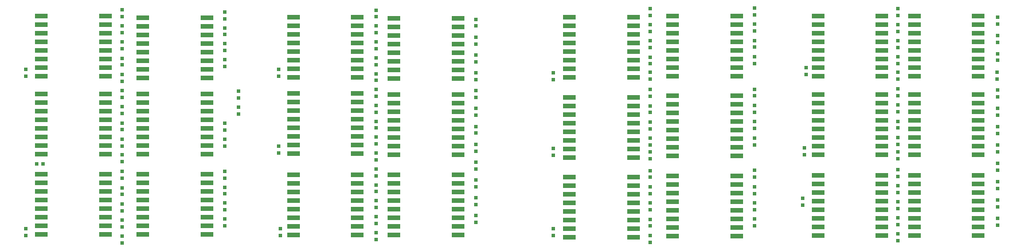
<source format=gbp>
G04*
G04 #@! TF.GenerationSoftware,Altium Limited,Altium Designer,24.2.2 (26)*
G04*
G04 Layer_Color=128*
%FSLAX25Y25*%
%MOIN*%
G70*
G04*
G04 #@! TF.SameCoordinates,259A4400-9820-475F-8ACA-24378C9DBAE9*
G04*
G04*
G04 #@! TF.FilePolarity,Positive*
G04*
G01*
G75*
%ADD21R,0.02362X0.01968*%
%ADD22R,0.01968X0.02362*%
%ADD124R,0.07579X0.02756*%
D21*
X29531Y40000D02*
D03*
X33468D02*
D03*
D22*
X588500Y125469D02*
D03*
Y121531D02*
D03*
X530500Y89531D02*
D03*
Y93468D02*
D03*
X588500Y104196D02*
D03*
Y100259D02*
D03*
X588000Y89531D02*
D03*
Y93468D02*
D03*
X530500Y98417D02*
D03*
Y102354D02*
D03*
X386500Y98246D02*
D03*
Y102183D02*
D03*
X530500Y130468D02*
D03*
Y126531D02*
D03*
X477000Y92032D02*
D03*
Y95969D02*
D03*
X530500Y111725D02*
D03*
Y107789D02*
D03*
X447000Y126831D02*
D03*
Y130768D02*
D03*
X386500Y89531D02*
D03*
Y93468D02*
D03*
X447000Y111868D02*
D03*
Y107931D02*
D03*
X447000Y98481D02*
D03*
Y102418D02*
D03*
X386500Y126532D02*
D03*
Y130468D02*
D03*
X330000Y89232D02*
D03*
Y93169D02*
D03*
X386500Y111611D02*
D03*
Y107674D02*
D03*
X588500Y82923D02*
D03*
Y78986D02*
D03*
X530500Y43031D02*
D03*
Y46968D02*
D03*
X588500Y61650D02*
D03*
Y57713D02*
D03*
X588500Y47077D02*
D03*
Y51014D02*
D03*
X530500Y79674D02*
D03*
Y83611D02*
D03*
X476000Y45531D02*
D03*
Y49468D02*
D03*
X530500Y60931D02*
D03*
Y64868D02*
D03*
Y51560D02*
D03*
Y55497D02*
D03*
X447000Y83518D02*
D03*
Y79581D02*
D03*
X386500Y43031D02*
D03*
Y46968D02*
D03*
X447000Y64618D02*
D03*
Y60681D02*
D03*
X447000Y51231D02*
D03*
Y55168D02*
D03*
X386500Y79389D02*
D03*
Y83326D02*
D03*
X330000Y45031D02*
D03*
Y48968D02*
D03*
X386500Y64468D02*
D03*
Y60532D02*
D03*
X386500Y51103D02*
D03*
Y55040D02*
D03*
X588500Y40378D02*
D03*
Y36441D02*
D03*
X530500Y-4669D02*
D03*
Y-732D02*
D03*
X588500Y19105D02*
D03*
Y15168D02*
D03*
X588500Y4532D02*
D03*
Y8468D02*
D03*
X530500Y36754D02*
D03*
Y32817D02*
D03*
X475000Y16032D02*
D03*
Y19969D02*
D03*
X530500Y18011D02*
D03*
Y14074D02*
D03*
X530500Y4702D02*
D03*
Y8639D02*
D03*
X447000Y32331D02*
D03*
Y36268D02*
D03*
X386500Y-5469D02*
D03*
Y-1531D02*
D03*
X447000Y17368D02*
D03*
Y13431D02*
D03*
X447000Y3981D02*
D03*
Y7918D02*
D03*
X386500Y36183D02*
D03*
Y32246D02*
D03*
X330000Y-1469D02*
D03*
Y2468D02*
D03*
X386500Y13389D02*
D03*
Y17326D02*
D03*
Y3960D02*
D03*
Y7897D02*
D03*
X285000Y120283D02*
D03*
Y124220D02*
D03*
X227000Y88625D02*
D03*
Y92562D02*
D03*
X285000Y103439D02*
D03*
Y99502D02*
D03*
X285000Y89111D02*
D03*
Y93048D02*
D03*
X227000Y125583D02*
D03*
Y129520D02*
D03*
Y107104D02*
D03*
Y111041D02*
D03*
Y97865D02*
D03*
Y101802D02*
D03*
X285000Y78720D02*
D03*
Y82657D02*
D03*
X227000Y42429D02*
D03*
Y46366D02*
D03*
X285000Y61875D02*
D03*
Y57938D02*
D03*
X285000Y47548D02*
D03*
Y51485D02*
D03*
X227000Y83323D02*
D03*
Y79386D02*
D03*
Y64845D02*
D03*
Y60907D02*
D03*
X227000Y51668D02*
D03*
Y55605D02*
D03*
X285000Y37157D02*
D03*
Y41094D02*
D03*
X227000Y-3768D02*
D03*
Y169D02*
D03*
X285000Y16375D02*
D03*
Y20312D02*
D03*
Y5984D02*
D03*
Y9921D02*
D03*
X227000Y37126D02*
D03*
Y33189D02*
D03*
X227000Y14711D02*
D03*
Y18648D02*
D03*
Y5472D02*
D03*
Y9409D02*
D03*
X588500Y110895D02*
D03*
Y114832D02*
D03*
X530500Y117160D02*
D03*
Y121097D02*
D03*
X447000Y117381D02*
D03*
Y121318D02*
D03*
X386500Y117103D02*
D03*
Y121040D02*
D03*
X588500Y68350D02*
D03*
Y72287D02*
D03*
X530500Y70302D02*
D03*
Y74240D02*
D03*
X447000Y70131D02*
D03*
Y74068D02*
D03*
X386500Y69960D02*
D03*
Y73897D02*
D03*
X588500Y25804D02*
D03*
Y29741D02*
D03*
X530500Y23445D02*
D03*
Y27382D02*
D03*
X447000Y22881D02*
D03*
Y26818D02*
D03*
X386500Y22817D02*
D03*
Y26754D02*
D03*
X285000Y109893D02*
D03*
Y113830D02*
D03*
X227000Y116343D02*
D03*
Y120280D02*
D03*
X285000Y68329D02*
D03*
Y72266D02*
D03*
X227000Y70147D02*
D03*
Y74084D02*
D03*
X285000Y26766D02*
D03*
Y30703D02*
D03*
X227000Y23950D02*
D03*
Y27887D02*
D03*
X79500Y22295D02*
D03*
Y26232D02*
D03*
Y31705D02*
D03*
Y35642D02*
D03*
X79500Y45469D02*
D03*
Y41532D02*
D03*
X139000Y17284D02*
D03*
Y13347D02*
D03*
X139000Y31883D02*
D03*
Y35820D02*
D03*
X170500Y50468D02*
D03*
Y46532D02*
D03*
X139000Y54356D02*
D03*
Y50419D02*
D03*
X139000Y59687D02*
D03*
Y63624D02*
D03*
X139000Y26552D02*
D03*
Y22615D02*
D03*
X79500Y59937D02*
D03*
Y63874D02*
D03*
X79500Y73285D02*
D03*
Y69348D02*
D03*
X23500Y94949D02*
D03*
Y91012D02*
D03*
X79500Y82695D02*
D03*
Y78758D02*
D03*
Y92106D02*
D03*
Y88169D02*
D03*
X147000Y72969D02*
D03*
Y69032D02*
D03*
X147000Y78531D02*
D03*
Y82468D02*
D03*
X170500Y94968D02*
D03*
Y91031D02*
D03*
X79500Y101516D02*
D03*
Y97579D02*
D03*
X79500Y106990D02*
D03*
Y110927D02*
D03*
X79500Y120337D02*
D03*
Y116400D02*
D03*
X79500Y125811D02*
D03*
Y129748D02*
D03*
X139000Y100696D02*
D03*
Y96759D02*
D03*
X139000Y106027D02*
D03*
Y109964D02*
D03*
X139000Y119232D02*
D03*
Y115295D02*
D03*
Y128500D02*
D03*
Y124563D02*
D03*
X79500Y54463D02*
D03*
Y50526D02*
D03*
Y-2000D02*
D03*
Y-5937D02*
D03*
X23500Y2449D02*
D03*
Y-1488D02*
D03*
X79500Y3474D02*
D03*
Y7411D02*
D03*
X79500Y16821D02*
D03*
Y12884D02*
D03*
X171500Y2468D02*
D03*
Y-1469D02*
D03*
X139000Y4079D02*
D03*
Y8016D02*
D03*
D124*
X539949Y126000D02*
D03*
Y121000D02*
D03*
Y116000D02*
D03*
Y111000D02*
D03*
Y106000D02*
D03*
Y101000D02*
D03*
Y96000D02*
D03*
Y91000D02*
D03*
X577051D02*
D03*
Y96000D02*
D03*
Y101000D02*
D03*
Y106000D02*
D03*
Y111000D02*
D03*
Y116000D02*
D03*
Y121000D02*
D03*
Y126000D02*
D03*
X483949D02*
D03*
Y121000D02*
D03*
Y116000D02*
D03*
Y111000D02*
D03*
Y106000D02*
D03*
Y101000D02*
D03*
Y96000D02*
D03*
Y91000D02*
D03*
X521051D02*
D03*
Y96000D02*
D03*
Y101000D02*
D03*
Y106000D02*
D03*
Y111000D02*
D03*
Y116000D02*
D03*
Y121000D02*
D03*
Y126000D02*
D03*
X399449D02*
D03*
Y121000D02*
D03*
Y116000D02*
D03*
Y111000D02*
D03*
Y106000D02*
D03*
Y101000D02*
D03*
Y96000D02*
D03*
Y91000D02*
D03*
X436551D02*
D03*
Y96000D02*
D03*
Y101000D02*
D03*
Y106000D02*
D03*
Y111000D02*
D03*
Y116000D02*
D03*
Y121000D02*
D03*
Y126000D02*
D03*
X339449Y125500D02*
D03*
Y120500D02*
D03*
Y115500D02*
D03*
Y110500D02*
D03*
Y105500D02*
D03*
Y100500D02*
D03*
Y95500D02*
D03*
Y90500D02*
D03*
X376551D02*
D03*
Y95500D02*
D03*
Y100500D02*
D03*
Y105500D02*
D03*
Y110500D02*
D03*
Y115500D02*
D03*
Y120500D02*
D03*
Y125500D02*
D03*
X539949Y80252D02*
D03*
Y75252D02*
D03*
Y70252D02*
D03*
Y65252D02*
D03*
Y60252D02*
D03*
Y55252D02*
D03*
Y50252D02*
D03*
Y45252D02*
D03*
X577051D02*
D03*
Y50252D02*
D03*
Y55252D02*
D03*
Y60252D02*
D03*
Y65252D02*
D03*
Y70252D02*
D03*
Y75252D02*
D03*
Y80252D02*
D03*
X483949D02*
D03*
Y75252D02*
D03*
Y70252D02*
D03*
Y65252D02*
D03*
Y60252D02*
D03*
Y55252D02*
D03*
Y50252D02*
D03*
Y45252D02*
D03*
X521051D02*
D03*
Y50252D02*
D03*
Y55252D02*
D03*
Y60252D02*
D03*
Y65252D02*
D03*
Y70252D02*
D03*
Y75252D02*
D03*
Y80252D02*
D03*
X399449Y79752D02*
D03*
Y74752D02*
D03*
Y69752D02*
D03*
Y64752D02*
D03*
Y59752D02*
D03*
Y54752D02*
D03*
Y49752D02*
D03*
Y44752D02*
D03*
X436551D02*
D03*
Y49752D02*
D03*
Y54752D02*
D03*
Y59752D02*
D03*
Y64752D02*
D03*
Y69752D02*
D03*
Y74752D02*
D03*
Y79752D02*
D03*
X339449Y78752D02*
D03*
Y73752D02*
D03*
Y68752D02*
D03*
Y63752D02*
D03*
Y58752D02*
D03*
Y53752D02*
D03*
Y48752D02*
D03*
Y43752D02*
D03*
X376551D02*
D03*
Y48752D02*
D03*
Y53752D02*
D03*
Y58752D02*
D03*
Y63752D02*
D03*
Y68752D02*
D03*
Y73752D02*
D03*
Y78752D02*
D03*
X539949Y33500D02*
D03*
Y28500D02*
D03*
Y23500D02*
D03*
Y18500D02*
D03*
Y13500D02*
D03*
Y8500D02*
D03*
Y3500D02*
D03*
Y-1500D02*
D03*
X577051D02*
D03*
Y3500D02*
D03*
Y8500D02*
D03*
Y13500D02*
D03*
Y18500D02*
D03*
Y23500D02*
D03*
Y28500D02*
D03*
Y33500D02*
D03*
X483949D02*
D03*
Y28500D02*
D03*
Y23500D02*
D03*
Y18500D02*
D03*
Y13500D02*
D03*
Y8500D02*
D03*
Y3500D02*
D03*
Y-1500D02*
D03*
X521051D02*
D03*
Y3500D02*
D03*
Y8500D02*
D03*
Y13500D02*
D03*
Y18500D02*
D03*
Y23500D02*
D03*
Y28500D02*
D03*
Y33500D02*
D03*
X399449Y33000D02*
D03*
Y28000D02*
D03*
Y23000D02*
D03*
Y18000D02*
D03*
Y13000D02*
D03*
Y8000D02*
D03*
Y3000D02*
D03*
Y-2000D02*
D03*
X436551D02*
D03*
Y3000D02*
D03*
Y8000D02*
D03*
Y13000D02*
D03*
Y18000D02*
D03*
Y23000D02*
D03*
Y28000D02*
D03*
Y33000D02*
D03*
X339449Y32500D02*
D03*
Y27500D02*
D03*
Y22500D02*
D03*
Y17500D02*
D03*
Y12500D02*
D03*
Y7500D02*
D03*
Y2500D02*
D03*
Y-2500D02*
D03*
X376551D02*
D03*
Y2500D02*
D03*
Y7500D02*
D03*
Y12500D02*
D03*
Y17500D02*
D03*
Y22500D02*
D03*
Y27500D02*
D03*
Y32500D02*
D03*
X237449Y124752D02*
D03*
Y119752D02*
D03*
Y114752D02*
D03*
Y109752D02*
D03*
Y104752D02*
D03*
Y99752D02*
D03*
Y94752D02*
D03*
Y89752D02*
D03*
X274551D02*
D03*
Y94752D02*
D03*
Y99752D02*
D03*
Y104752D02*
D03*
Y109752D02*
D03*
Y114752D02*
D03*
Y119752D02*
D03*
Y124752D02*
D03*
X178949Y125252D02*
D03*
Y120252D02*
D03*
Y115252D02*
D03*
Y110252D02*
D03*
Y105252D02*
D03*
Y100252D02*
D03*
Y95252D02*
D03*
Y90252D02*
D03*
X216051D02*
D03*
Y95252D02*
D03*
Y100252D02*
D03*
Y105252D02*
D03*
Y110252D02*
D03*
Y115252D02*
D03*
Y120252D02*
D03*
Y125252D02*
D03*
X237449Y80500D02*
D03*
Y75500D02*
D03*
Y70500D02*
D03*
Y65500D02*
D03*
Y60500D02*
D03*
Y55500D02*
D03*
Y50500D02*
D03*
Y45500D02*
D03*
X274551D02*
D03*
Y50500D02*
D03*
Y55500D02*
D03*
Y60500D02*
D03*
Y65500D02*
D03*
Y70500D02*
D03*
Y75500D02*
D03*
Y80500D02*
D03*
X178949Y81000D02*
D03*
Y76000D02*
D03*
Y71000D02*
D03*
Y66000D02*
D03*
Y61000D02*
D03*
Y56000D02*
D03*
Y51000D02*
D03*
Y46000D02*
D03*
X216051D02*
D03*
Y51000D02*
D03*
Y56000D02*
D03*
Y61000D02*
D03*
Y66000D02*
D03*
Y71000D02*
D03*
Y76000D02*
D03*
Y81000D02*
D03*
X237449Y33752D02*
D03*
Y28752D02*
D03*
Y23752D02*
D03*
Y18752D02*
D03*
Y13752D02*
D03*
Y8752D02*
D03*
Y3752D02*
D03*
Y-1248D02*
D03*
X274551D02*
D03*
Y3752D02*
D03*
Y8752D02*
D03*
Y13752D02*
D03*
Y18752D02*
D03*
Y23752D02*
D03*
Y28752D02*
D03*
Y33752D02*
D03*
X178949D02*
D03*
Y28752D02*
D03*
Y23752D02*
D03*
Y18752D02*
D03*
Y13752D02*
D03*
Y8752D02*
D03*
Y3752D02*
D03*
Y-1248D02*
D03*
X216051D02*
D03*
Y3752D02*
D03*
Y8752D02*
D03*
Y13752D02*
D03*
Y18752D02*
D03*
Y23752D02*
D03*
Y28752D02*
D03*
Y33752D02*
D03*
X128551Y80779D02*
D03*
Y75779D02*
D03*
Y70780D02*
D03*
Y65780D02*
D03*
Y60780D02*
D03*
Y55779D02*
D03*
Y50779D02*
D03*
Y45779D02*
D03*
X91449D02*
D03*
Y50779D02*
D03*
Y55779D02*
D03*
Y60780D02*
D03*
Y65780D02*
D03*
Y70780D02*
D03*
Y75779D02*
D03*
Y80779D02*
D03*
X32449D02*
D03*
Y75779D02*
D03*
Y70780D02*
D03*
Y65780D02*
D03*
Y60780D02*
D03*
Y55779D02*
D03*
Y50779D02*
D03*
Y45779D02*
D03*
X69551D02*
D03*
Y50779D02*
D03*
Y55779D02*
D03*
Y60780D02*
D03*
Y65780D02*
D03*
Y70780D02*
D03*
Y75779D02*
D03*
Y80779D02*
D03*
Y126031D02*
D03*
Y121031D02*
D03*
Y116032D02*
D03*
Y111031D02*
D03*
Y106032D02*
D03*
Y101031D02*
D03*
Y96031D02*
D03*
Y91031D02*
D03*
X32449D02*
D03*
Y96031D02*
D03*
Y101031D02*
D03*
Y106032D02*
D03*
Y111031D02*
D03*
Y116032D02*
D03*
Y121031D02*
D03*
Y126031D02*
D03*
X128551Y125031D02*
D03*
Y120031D02*
D03*
Y115032D02*
D03*
Y110031D02*
D03*
Y105032D02*
D03*
Y100031D02*
D03*
Y95031D02*
D03*
Y90031D02*
D03*
X91449D02*
D03*
Y95031D02*
D03*
Y100031D02*
D03*
Y105032D02*
D03*
Y110031D02*
D03*
Y115032D02*
D03*
Y120031D02*
D03*
Y125031D02*
D03*
X69551Y34032D02*
D03*
Y29032D02*
D03*
Y24032D02*
D03*
Y19031D02*
D03*
Y14031D02*
D03*
Y9031D02*
D03*
Y4031D02*
D03*
Y-969D02*
D03*
X32449D02*
D03*
Y4031D02*
D03*
Y9031D02*
D03*
Y14031D02*
D03*
Y19031D02*
D03*
Y24032D02*
D03*
Y29032D02*
D03*
Y34032D02*
D03*
X128551D02*
D03*
Y29032D02*
D03*
Y24032D02*
D03*
Y19031D02*
D03*
Y14031D02*
D03*
Y9031D02*
D03*
Y4031D02*
D03*
Y-969D02*
D03*
X91449D02*
D03*
Y4031D02*
D03*
Y9031D02*
D03*
Y14031D02*
D03*
Y19031D02*
D03*
Y24032D02*
D03*
Y29032D02*
D03*
Y34032D02*
D03*
M02*

</source>
